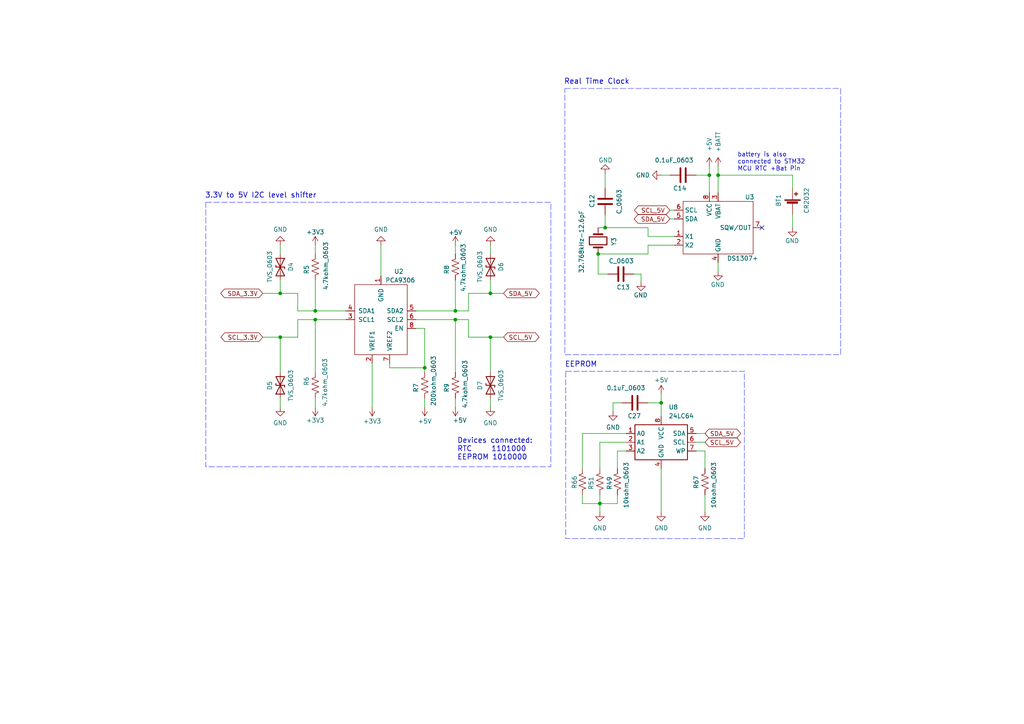
<source format=kicad_sch>
(kicad_sch (version 20250114) (generator "eeschema") (generator_version "9.0")
  (paper "A4")
  (title_block (title "RTC & RTC Level Shifting") (date "2025-OCT-04") (rev "1") (company "Kadin Whiting"))
  (lib_symbols
    (symbol "Device:C" (pin_numbers (hide yes)) (pin_names (offset 0.254))
      (property "Reference" "C" (at 0.635 2.54 0))
      (property "Value" "C" (at 0.635 -2.54 0))
      (symbol "C_0_1"
        (polyline (pts (xy -2.032 0.762) (xy 2.032 0.762)) (stroke (width 0.508)))
        (polyline (pts (xy -2.032 -0.762) (xy 2.032 -0.762)) (stroke (width 0.508)))
      )
      (symbol "C_1_1"
        (pin passive line (at 0 3.81 270) (length 2.794) (name "~") (number "1"))
        (pin passive line (at 0 -3.81 90) (length 2.794) (name "~") (number "2"))
      )
    )
    (symbol "Device:R_US" (pin_numbers (hide yes)) (pin_names (offset 0))
      (property "Reference" "R" (at 2.54 0 90))
      (property "Value" "R_US" (at -2.54 0 90))
      (symbol "R_US_0_1"
        (polyline (pts (xy 0 2.286) (xy 0 2.54)))
        (polyline (pts (xy 0 2.286) (xy 1.016 1.905) (xy 0 1.524) (xy -1.016 1.143) (xy 0 0.762)))
        (polyline (pts (xy 0 0.762) (xy 1.016 0.381) (xy 0 0) (xy -1.016 -0.381) (xy 0 -0.762)))
        (polyline (pts (xy 0 -0.762) (xy 1.016 -1.143) (xy 0 -1.524) (xy -1.016 -1.905) (xy 0 -2.286)))
        (polyline (pts (xy 0 -2.286) (xy 0 -2.54)))
      )
      (symbol "R_US_1_1"
        (pin passive line (at 0 3.81 270) (length 1.27) (name "~") (number "1"))
        (pin passive line (at 0 -3.81 90) (length 1.27) (name "~") (number "2"))
      )
    )
    (symbol "HDD_CLK_V6.0:CG0603MLC-05LE" (pin_numbers (hide yes)) (pin_names (offset 1.016) (hide yes))
      (property "Reference" "D11" (at 3.048 1.27 0))
      (property "Value" "CG0603MLC-05LE" (at -3.048 4.572 0))
      (symbol "CG0603MLC-05LE_0_1"
        (polyline (pts (xy -2.54 1.27) (xy -2.54 -1.27) (xy 2.54 1.27) (xy 2.54 -1.27) (xy -2.54 1.27)) (stroke (width 0.254)))
        (polyline (pts (xy 0.508 1.27) (xy 0 1.27) (xy 0 -1.27) (xy -0.508 -1.27)) (stroke (width 0.254)))
        (polyline (pts (xy 1.27 0) (xy -1.27 0)))
      )
      (symbol "CG0603MLC-05LE_1_1"
        (pin passive line (at -3.81 0 0) (length 2.54) (name "A1") (number "1"))
        (pin passive line (at 3.81 0 180) (length 2.54) (name "A2") (number "2"))
      )
    )
    (symbol "HDD_CLK_V6.0:CR1216_MFR_FH" (pin_numbers (hide yes)) (pin_names (offset 0) (hide yes))
      (property "Reference" "BT1" (at -3.81 -1.27 90))
      (property "Value" "CR1216_MFR_FH" (at 3.81 -7.62 90))
      (symbol "CR1216_MFR_FH_0_1"
        (rectangle (start -2.286 1.778) (end 2.286 1.524) (fill (type outline)))
        (rectangle (start -1.5748 1.1938) (end 1.4732 0.6858) (fill (type outline)))
        (polyline (pts (xy 0 1.778) (xy 0 2.54)))
        (polyline (pts (xy 0 0.762) (xy 0 0)))
        (polyline (pts (xy 0.508 3.429) (xy 1.524 3.429)) (stroke (width 0.254)))
        (polyline (pts (xy 1.016 3.937) (xy 1.016 2.921)) (stroke (width 0.254)))
      )
      (symbol "CR1216_MFR_FH_1_1"
        (pin passive line (at 0 5.08 270) (length 2.54) (name "+") (number "1"))
        (pin passive line (at 0 -2.54 90) (length 2.54) (name "-") (number "2"))
      )
    )
    (symbol "HDD_CLK_V6.0:Crystal_37.678kHz" (pin_numbers (hide yes)) (pin_names (offset 1.016) (hide yes))
      (property "Reference" "Y2" (at 4.572 -1.778 90))
      (property "Value" "37.768kHz-12.6pF" (at -4.826 8.89 0))
      (symbol "Crystal_37.678kHz_0_1"
        (polyline (pts (xy -2.54 0) (xy -1.905 0)))
        (polyline (pts (xy -1.905 -1.27) (xy -1.905 1.27)) (stroke (width 0.508)))
        (rectangle (start -1.143 2.54) (end 1.143 -2.54) (stroke (width 0.3048)))
        (polyline (pts (xy 1.905 -1.27) (xy 1.905 1.27)) (stroke (width 0.508)))
        (polyline (pts (xy 2.54 0) (xy 1.905 0)))
      )
      (symbol "Crystal_37.678kHz_1_1"
        (pin passive line (at -3.81 0 0) (length 1.27) (name "1") (number "1"))
        (pin passive line (at 3.81 0 180) (length 1.27) (name "2") (number "2"))
      )
    )
    (symbol "HDD_CLK_V6.0:DS1307+"
      (property "Reference" "U7" (at 9.144 8.89 0))
      (property "Value" "DS1307+" (at 7.112 -8.89 0))
      (symbol "DS1307+_0_1"
        (rectangle (start -10.16 7.62) (end 10.16 -7.62) (stroke (width 0.1524)))
      )
      (symbol "DS1307+_1_1"
        (pin input line (at -12.7 5.08 0) (length 2.54) (name "SCL") (number "6"))
        (pin bidirectional line (at -12.7 2.54 0) (length 2.54) (name "SDA") (number "5"))
        (pin input line (at -12.7 -2.54 0) (length 2.54) (name "X1") (number "1"))
        (pin input line (at -12.7 -5.08 0) (length 2.54) (name "X2") (number "2"))
        (pin power_in line (at -2.54 10.16 270) (length 2.54) (name "VCC") (number "8"))
        (pin power_in line (at 0 10.16 270) (length 2.54) (name "VBAT") (number "3"))
        (pin power_in line (at 0 -10.16 90) (length 2.54) (name "GND") (number "4"))
        (pin open_collector line (at 12.7 0 180) (length 2.54) (name "SQW/OUT") (number "7"))
      )
    )
    (symbol "HDD_CLK_V6.0:PCA9306" (pin_names (offset 1.016))
      (property "Reference" "U5" (at 3.81 13.97 0))
      (property "Value" "PCA9306" (at 1.27 11.43 0))
      (symbol "PCA9306_0_1"
        (rectangle (start -7.62 10.16) (end 7.62 -10.16) (stroke (width 0.1524)))
      )
      (symbol "PCA9306_1_1"
        (pin bidirectional line (at -10.16 0 0) (length 2.54) (name "SCL1") (number "3"))
        (pin bidirectional line (at -10.16 -2.54 0) (length 2.54) (name "SDA1") (number "4"))
        (pin power_in line (at -2.54 12.7 270) (length 2.54) (name "VREF1") (number "2"))
        (pin power_in line (at 0 -12.7 90) (length 2.54) (name "GND") (number "1"))
        (pin power_in line (at 2.54 12.7 270) (length 2.54) (name "VREF2") (number "7"))
        (pin input line (at 10.16 2.54 180) (length 2.54) (name "EN") (number "8"))
        (pin bidirectional line (at 10.16 0 180) (length 2.54) (name "SCL2") (number "6"))
        (pin bidirectional line (at 10.16 -2.54 180) (length 2.54) (name "SDA2") (number "5"))
      )
    )
    (symbol "Memory_EEPROM:24LC64"
      (property "Reference" "U8" (at 2.1433 10.16 0))
      (property "Value" "24LC64" (at 2.1433 7.62 0))
      (symbol "24LC64_1_1"
        (rectangle (start -7.62 5.08) (end 7.62 -5.08) (stroke (width 0.254)))
        (pin input line (at -10.16 2.54 0) (length 2.54) (name "A0") (number "1"))
        (pin input line (at -10.16 0 0) (length 2.54) (name "A1") (number "2"))
        (pin input line (at -10.16 -2.54 0) (length 2.54) (name "A2") (number "3"))
        (pin power_in line (at 0 7.62 270) (length 2.54) (name "VCC") (number "8"))
        (pin power_in line (at 0 -7.62 90) (length 2.54) (name "GND") (number "4"))
        (pin bidirectional line (at 10.16 2.54 180) (length 2.54) (name "SDA") (number "5"))
        (pin input line (at 10.16 0 180) (length 2.54) (name "SCL") (number "6"))
        (pin input line (at 10.16 -2.54 180) (length 2.54) (name "WP") (number "7"))
      )
    )
    (symbol "power:+3.3V" (power) (pin_names (offset 0))
      (property "Value" "+3.3V" (at 0 3.556 0))
      (symbol "+3.3V_0_1"
        (polyline (pts (xy -0.762 1.27) (xy 0 2.54)))
        (polyline (pts (xy 0 2.54) (xy 0.762 1.27)))
        (polyline (pts (xy 0 0) (xy 0 2.54)))
      )
      (symbol "+3.3V_1_1"
        (pin power_in line (at 0 0 90) (length 0) (hide yes) (name "+3V3") (number "1"))
      )
    )
    (symbol "power:+5V" (power) (pin_names (offset 0))
      (property "Value" "+5V" (at 0 3.556 0))
      (symbol "+5V_0_1"
        (polyline (pts (xy -0.762 1.27) (xy 0 2.54)))
        (polyline (pts (xy 0 2.54) (xy 0.762 1.27)))
        (polyline (pts (xy 0 0) (xy 0 2.54)))
      )
      (symbol "+5V_1_1"
        (pin power_in line (at 0 0 90) (length 0) (hide yes) (name "+5V") (number "1"))
      )
    )
    (symbol "power:+BATT" (power) (pin_names (offset 0))
      (property "Value" "+BATT" (at 0 3.556 0))
      (symbol "+BATT_0_1"
        (polyline (pts (xy -0.762 1.27) (xy 0 2.54)))
        (polyline (pts (xy 0 2.54) (xy 0.762 1.27)))
        (polyline (pts (xy 0 0) (xy 0 2.54)))
      )
      (symbol "+BATT_1_1"
        (pin power_in line (at 0 0 90) (length 0) (hide yes) (name "+BATT") (number "1"))
      )
    )
    (symbol "power:GND" (power) (pin_names (offset 0))
      (property "Value" "GND" (at 0 -3.81 0))
      (symbol "GND_0_1"
        (polyline (pts (xy 0 0) (xy 0 -1.27) (xy 1.27 -1.27) (xy 0 -2.54) (xy -1.27 -1.27) (xy 0 -1.27)))
      )
      (symbol "GND_1_1"
        (pin power_in line (at 0 0 270) (length 0) (hide yes) (name "GND") (number "1"))
      )
    )
  )
  (rectangle (start 59.69 58.674) (end 159.766 135.382) (stroke (width 0) (type dash) (color 72 73 255 1)))
  (rectangle (start 163.83 25.654) (end 243.84 102.87) (stroke (width 0) (type dash) (color 72 73 255 1)))
  (rectangle (start 164.084 107.696) (end 215.9 156.21) (stroke (width 0) (type dash) (color 72 73 255 1)))
  (text "battery is also \nconnected to STM32 \nMCU RTC +Bat Pin" (at 213.868 49.784 0) (effects (font (size 1.27 1.27)) (justify left bottom)))
  (text "Devices connected:\nRTC     1101000\nEEPROM 1010000" (at 132.588 133.604 0) (effects (font (size 1.5 1.5) (thickness 0.1875)) (justify left bottom)))
  (text "Real Time Clock" (at 163.576 24.638 0) (effects (font (size 1.524 1.524) (thickness 0.1905)) (justify left bottom)))
  (text "EEPROM" (at 163.83 106.68 0) (effects (font (size 1.524 1.524) (thickness 0.1905)) (justify left bottom)))
  (text "3.3V to 5V I2C level shifter" (at 59.436 57.658 0) (effects (font (size 1.524 1.524) (thickness 0.1905)) (justify left bottom)))
  (junction (at 91.44 90.17))
  (junction (at 142.24 97.79))
  (junction (at 132.08 90.17))
  (junction (at 173.99 146.05))
  (junction (at 91.44 92.71))
  (junction (at 123.19 106.68))
  (junction (at 142.24 85.09))
  (junction (at 81.28 85.09))
  (junction (at 175.514 66.04))
  (junction (at 205.74 50.8))
  (junction (at 208.28 50.8))
  (junction (at 173.482 73.66))
  (junction (at 81.28 97.79))
  (junction (at 191.77 116.84))
  (junction (at 132.08 92.71))
  (no_connect (at 220.98 66.04))
  (wire (pts (xy 142.24 71.12) (xy 142.24 73.66)))
  (wire (pts (xy 120.65 90.17) (xy 132.08 90.17)))
  (wire (pts (xy 86.36 92.71) (xy 86.36 97.79)))
  (wire (pts (xy 132.08 90.17) (xy 135.89 90.17)))
  (wire (pts (xy 81.28 81.28) (xy 81.28 85.09)))
  (wire (pts (xy 191.77 135.89) (xy 191.77 148.59)))
  (wire (pts (xy 100.33 92.71) (xy 91.44 92.71)))
  (wire (pts (xy 91.44 90.17) (xy 91.44 81.28)))
  (wire (pts (xy 173.482 79.502) (xy 173.482 73.66)))
  (wire (pts (xy 179.07 143.51) (xy 179.07 146.05)))
  (wire (pts (xy 173.99 128.27) (xy 181.61 128.27)))
  (wire (pts (xy 142.24 118.11) (xy 142.24 115.57)))
  (wire (pts (xy 205.74 48.26) (xy 205.74 50.8)))
  (wire (pts (xy 81.28 118.11) (xy 81.28 115.57)))
  (wire (pts (xy 208.28 76.2) (xy 208.28 78.74)))
  (wire (pts (xy 187.96 73.66) (xy 187.96 71.12)))
  (wire (pts (xy 120.65 92.71) (xy 132.08 92.71)))
  (wire (pts (xy 168.91 125.73) (xy 181.61 125.73)))
  (wire (pts (xy 132.08 118.11) (xy 132.08 115.57)))
  (wire (pts (xy 229.87 50.8) (xy 229.87 54.61)))
  (wire (pts (xy 135.89 85.09) (xy 142.24 85.09)))
  (wire (pts (xy 107.95 118.11) (xy 107.95 105.41)))
  (wire (pts (xy 185.928 79.502) (xy 183.896 79.502)))
  (wire (pts (xy 191.77 114.3) (xy 191.77 116.84)))
  (wire (pts (xy 205.74 55.88) (xy 205.74 50.8)))
  (wire (pts (xy 123.19 95.25) (xy 123.19 106.68)))
  (wire (pts (xy 208.28 50.8) (xy 229.87 50.8)))
  (wire (pts (xy 120.65 95.25) (xy 123.19 95.25)))
  (wire (pts (xy 132.08 73.66) (xy 132.08 71.12)))
  (wire (pts (xy 135.89 85.09) (xy 135.89 90.17)))
  (wire (pts (xy 113.03 106.68) (xy 123.19 106.68)))
  (wire (pts (xy 91.44 73.66) (xy 91.44 71.12)))
  (wire (pts (xy 177.8 116.84) (xy 180.34 116.84)))
  (wire (pts (xy 91.44 90.17) (xy 86.36 90.17)))
  (wire (pts (xy 204.47 128.27) (xy 201.93 128.27)))
  (wire (pts (xy 195.58 68.58) (xy 187.96 68.58)))
  (wire (pts (xy 191.77 116.84) (xy 191.77 120.65)))
  (wire (pts (xy 142.24 97.79) (xy 146.05 97.79)))
  (wire (pts (xy 86.36 90.17) (xy 86.36 85.09)))
  (wire (pts (xy 175.514 66.04) (xy 173.482 66.04)))
  (wire (pts (xy 201.93 50.8) (xy 205.74 50.8)))
  (wire (pts (xy 91.44 118.11) (xy 91.44 115.57)))
  (wire (pts (xy 135.89 97.79) (xy 142.24 97.79)))
  (wire (pts (xy 110.49 71.12) (xy 110.49 80.01)))
  (wire (pts (xy 194.31 60.96) (xy 195.58 60.96)))
  (wire (pts (xy 173.99 135.89) (xy 173.99 128.27)))
  (wire (pts (xy 179.07 130.81) (xy 181.61 130.81)))
  (wire (pts (xy 142.24 85.09) (xy 146.05 85.09)))
  (wire (pts (xy 187.96 68.58) (xy 187.96 66.04)))
  (wire (pts (xy 123.19 106.68) (xy 123.19 107.95)))
  (wire (pts (xy 204.47 143.51) (xy 204.47 148.59)))
  (wire (pts (xy 132.08 92.71) (xy 135.89 92.71)))
  (wire (pts (xy 175.514 50.292) (xy 175.514 54.61)))
  (wire (pts (xy 168.91 135.89) (xy 168.91 125.73)))
  (wire (pts (xy 123.19 118.11) (xy 123.19 115.57)))
  (wire (pts (xy 132.08 90.17) (xy 132.08 81.28)))
  (wire (pts (xy 208.28 48.26) (xy 208.28 50.8)))
  (wire (pts (xy 185.928 81.788) (xy 185.928 79.502)))
  (wire (pts (xy 135.89 97.79) (xy 135.89 92.71)))
  (wire (pts (xy 91.44 107.95) (xy 91.44 92.71)))
  (wire (pts (xy 208.28 50.8) (xy 208.28 55.88)))
  (wire (pts (xy 204.47 125.73) (xy 201.93 125.73)))
  (wire (pts (xy 179.07 146.05) (xy 173.99 146.05)))
  (wire (pts (xy 81.28 97.79) (xy 76.2 97.79)))
  (wire (pts (xy 81.28 97.79) (xy 86.36 97.79)))
  (wire (pts (xy 173.482 73.66) (xy 187.96 73.66)))
  (wire (pts (xy 176.276 79.502) (xy 173.482 79.502)))
  (wire (pts (xy 175.514 62.23) (xy 175.514 66.04)))
  (wire (pts (xy 168.91 146.05) (xy 173.99 146.05)))
  (wire (pts (xy 142.24 97.79) (xy 142.24 107.95)))
  (wire (pts (xy 179.07 135.89) (xy 179.07 130.81)))
  (wire (pts (xy 76.2 85.09) (xy 81.28 85.09)))
  (wire (pts (xy 187.96 66.04) (xy 175.514 66.04)))
  (wire (pts (xy 194.31 63.5) (xy 195.58 63.5)))
  (wire (pts (xy 191.77 50.8) (xy 194.31 50.8)))
  (wire (pts (xy 168.91 143.51) (xy 168.91 146.05)))
  (wire (pts (xy 187.96 71.12) (xy 195.58 71.12)))
  (wire (pts (xy 81.28 85.09) (xy 86.36 85.09)))
  (wire (pts (xy 177.8 119.38) (xy 177.8 116.84)))
  (wire (pts (xy 81.28 97.79) (xy 81.28 107.95)))
  (wire (pts (xy 132.08 92.71) (xy 132.08 107.95)))
  (wire (pts (xy 113.03 106.68) (xy 113.03 105.41)))
  (wire (pts (xy 81.28 71.12) (xy 81.28 73.66)))
  (wire (pts (xy 173.99 143.51) (xy 173.99 146.05)))
  (wire (pts (xy 201.93 130.81) (xy 204.47 130.81)))
  (wire (pts (xy 91.44 92.71) (xy 86.36 92.71)))
  (wire (pts (xy 187.96 116.84) (xy 191.77 116.84)))
  (wire (pts (xy 229.87 66.04) (xy 229.87 62.23)))
  (wire (pts (xy 142.24 81.28) (xy 142.24 85.09)))
  (wire (pts (xy 100.33 90.17) (xy 91.44 90.17)))
  (wire (pts (xy 204.47 130.81) (xy 204.47 135.89)))
  (wire (pts (xy 173.99 146.05) (xy 173.99 148.59)))
  (global_label "SCL_5V" (shape bidirectional) (at 194.31 60.96 180) (property "Intersheetrefs" "${INTERSHEET_REFS}" (effects (hide yes))))
  (global_label "SDA_5V" (shape bidirectional) (at 146.05 85.09 0) (property "Intersheetrefs" "${INTERSHEET_REFS}" (effects (hide yes))))
  (global_label "SCL_5V" (shape bidirectional) (at 146.05 97.79 0) (property "Intersheetrefs" "${INTERSHEET_REFS}" (effects (hide yes))))
  (global_label "SCL_3.3V" (shape bidirectional) (at 76.2 97.79 180) (property "Intersheetrefs" "${INTERSHEET_REFS}" (effects (hide yes))))
  (global_label "SDA_5V" (shape bidirectional) (at 194.31 63.5 180) (property "Intersheetrefs" "${INTERSHEET_REFS}" (effects (hide yes))))
  (global_label "SDA_5V" (shape bidirectional) (at 204.47 125.73 0) (property "Intersheetrefs" "${INTERSHEET_REFS}" (effects (hide yes))))
  (global_label "SDA_3.3V" (shape bidirectional) (at 76.2 85.09 180) (property "Intersheetrefs" "${INTERSHEET_REFS}" (effects (hide yes))))
  (global_label "SCL_5V" (shape bidirectional) (at 204.47 128.27 0) (property "Intersheetrefs" "${INTERSHEET_REFS}" (effects (hide yes))))
  (symbol (lib_id "power:+5V") (at 132.08 118.11 0) (mirror x) (unit 1)
    (property "Reference" "#PWR022" (effects (hide yes)))
    (property "Value" "+5V" (at 133.35 121.92 0))
  )
  (symbol (lib_id "Device:R_US") (at 132.08 111.76 0) (mirror x) (unit 1)
    (property "Reference" "R9" (at 129.54 111.125 90) (effects (justify left)))
    (property "Value" "4.7kohm_0603" (at 134.874 104.394 90) (effects (justify left)))
    (property "Footprint" "Resistor_SMD:R_0603_1608Metric" (effects (hide yes)))
  )
  (symbol (lib_id "Device:C") (at 184.15 116.84 90) (unit 1)
    (property "Reference" "C27" (at 185.928 120.65 90) (effects (justify left)))
    (property "Value" "0.1uF_0603" (at 187.198 112.522 90) (effects (justify left)))
    (property "Footprint" "Capacitor_SMD:C_0603_1608Metric" (effects (hide yes)))
  )
  (symbol (lib_id "HDD_CLK_V6.0:PCA9306") (at 110.49 92.71 0) (mirror x) (unit 1)
    (property "Reference" "U2" (at 114.3 78.74 0) (effects (justify left)))
    (property "Value" "PCA9306" (at 111.76 81.28 0) (effects (justify left)))
    (property "Footprint" "Footprint drive Dump 1:PCA9306" (effects (hide yes)))
    (property "Datasheet" "http://www.ti.com/lit/ds/symlink/pca9306.pdf" (effects (hide yes)))
  )
  (symbol (lib_id "power:GND") (at 142.24 71.12 0) (mirror x) (unit 1)
    (property "Reference" "#PWR023" (effects (hide yes)))
    (property "Value" "GND" (at 142.24 66.5575 0))
  )
  (symbol (lib_id "power:GND") (at 110.49 71.12 0) (mirror x) (unit 1)
    (property "Reference" "#PWR019" (effects (hide yes)))
    (property "Value" "GND" (at 110.49 66.5575 0))
  )
  (symbol (lib_id "power:GND") (at 177.8 119.38 0) (mirror y) (unit 1)
    (property "Reference" "#PWR0143" (effects (hide yes)))
    (property "Value" "GND" (at 177.8 123.9425 0))
  )
  (symbol (lib_id "power:+BATT") (at 208.28 48.26 0) (unit 1)
    (property "Reference" "#PWR029" (effects (hide yes)))
    (property "Value" "+BATT" (at 208.28 44.196 90) (effects (justify left)))
  )
  (symbol (lib_id "Memory_EEPROM:24LC64") (at 191.77 128.27 0) (unit 1)
    (property "Reference" "U8" (at 193.9133 118.11 0) (effects (justify left)))
    (property "Value" "24LC64" (at 193.9133 120.65 0) (effects (justify left)))
    (property "Footprint" "Footprint drive Dump 1:24LC64F-ISN" (effects (hide yes)))
    (property "Datasheet" "http://ww1.microchip.com/downloads/en/DeviceDoc/21189f.pdf" (effects (hide yes)))
    (property "Description" "I2C Serial EEPROM, 64Kb, DIP-8/SOIC-8/TSSOP-8/DFN-8" (effects (hide yes)))
  )
  (symbol (lib_id "power:GND") (at 175.514 50.292 180) (unit 1)
    (property "Reference" "#PWR025" (effects (hide yes)))
    (property "Value" "GND" (at 177.673 46.482 0) (effects (justify left)))
  )
  (symbol (lib_id "Device:R_US") (at 168.91 139.7 0) (mirror x) (unit 1)
    (property "Reference" "R66" (at 166.624 137.922 90) (effects (justify left)))
    (property "Value" "10kohm_0603" (effects (hide yes)))
    (property "Footprint" "Resistor_SMD:R_0603_1608Metric" (effects (hide yes)))
  )
  (symbol (lib_id "power:GND") (at 81.28 71.12 0) (mirror x) (unit 1)
    (property "Reference" "#PWR014" (effects (hide yes)))
    (property "Value" "GND" (at 81.28 66.5575 0))
  )
  (symbol (lib_id "HDD_CLK_V6.0:Crystal_37.678kHz") (at 173.482 69.85 270) (unit 1)
    (property "Reference" "Y3" (at 178.054 68.834 0) (effects (justify left)))
    (property "Value" "32.768kHz-12.6pF" (at 168.656 60.96 0) (effects (justify left)))
    (property "Footprint" "Footprint drive Dump 1:37.768kHz" (effects (hide yes)))
  )
  (symbol (lib_id "Device:C") (at 180.086 79.502 270) (unit 1)
    (property "Reference" "C13" (at 178.816 83.312 90) (effects (justify left)))
    (property "Value" "C_0603" (at 176.53 75.692 90) (effects (justify left)))
    (property "Footprint" "Capacitor_SMD:C_0603_1608Metric" (effects (hide yes)))
  )
  (symbol (lib_id "Device:R_US") (at 173.99 139.7 0) (mirror x) (unit 1)
    (property "Reference" "R51" (at 171.45 138.176 90) (effects (justify left)))
    (property "Value" "10kohm_0603" (effects (hide yes)))
    (property "Footprint" "Resistor_SMD:R_0603_1608Metric" (effects (hide yes)))
  )
  (symbol (lib_id "HDD_CLK_V6.0:CG0603MLC-05LE") (at 81.28 77.47 270) (unit 1) (exclude_from_sim yes)
    (property "Reference" "D4" (at 84.328 78.74 0) (effects (justify right)))
    (property "Value" "TVS_0603" (at 78.232 82.042 0) (effects (justify right)))
    (property "Footprint" "Resistor_SMD:R_0603_1608Metric" (effects (hide yes)))
  )
  (symbol (lib_id "HDD_CLK_V6.0:CG0603MLC-05LE") (at 142.24 111.76 90) (unit 1) (exclude_from_sim yes)
    (property "Reference" "D7" (at 139.192 110.49 0) (effects (justify right)))
    (property "Value" "TVS_0603" (at 145.288 107.188 0) (effects (justify right)))
    (property "Footprint" "Resistor_SMD:R_0603_1608Metric" (effects (hide yes)))
  )
  (symbol (lib_id "power:+3.3V") (at 107.95 118.11 0) (mirror x) (unit 1)
    (property "Reference" "#PWR018" (effects (hide yes)))
    (property "Value" "+3V3" (at 107.95 122.174 0))
  )
  (symbol (lib_id "power:+3.3V") (at 91.44 118.11 0) (mirror x) (unit 1)
    (property "Reference" "#PWR017" (effects (hide yes)))
    (property "Value" "+3V3" (at 91.44 121.92 0))
  )
  (symbol (lib_id "power:GND") (at 142.24 118.11 0) (mirror y) (unit 1)
    (property "Reference" "#PWR024" (effects (hide yes)))
    (property "Value" "GND" (at 142.24 122.6725 0))
  )
  (symbol (lib_id "power:GND") (at 185.928 81.788 0) (unit 1)
    (property "Reference" "#PWR026" (effects (hide yes)))
    (property "Value" "GND" (at 183.769 85.598 0) (effects (justify left)))
  )
  (symbol (lib_id "power:GND") (at 229.87 66.04 0) (unit 1)
    (property "Reference" "#PWR031" (effects (hide yes)))
    (property "Value" "GND" (at 227.711 69.85 0) (effects (justify left)))
  )
  (symbol (lib_id "power:GND") (at 191.77 50.8 270) (unit 1)
    (property "Reference" "#PWR027" (effects (hide yes)))
    (property "Value" "GND" (at 184.404 50.8 90) (effects (justify left)))
  )
  (symbol (lib_id "Device:C") (at 175.514 58.42 180) (unit 1)
    (property "Reference" "C12" (at 171.704 56.388 90) (effects (justify left)))
    (property "Value" "C_0603" (at 179.578 54.864 90) (effects (justify left)))
    (property "Footprint" "Capacitor_SMD:C_0603_1608Metric" (effects (hide yes)))
  )
  (symbol (lib_id "Device:R_US") (at 123.19 111.76 0) (mirror x) (unit 1)
    (property "Reference" "R7" (at 120.65 111.125 90) (effects (justify left)))
    (property "Value" "200kohm_0603" (at 125.73 103.124 90) (effects (justify left)))
    (property "Footprint" "Resistor_SMD:R_0603_1608Metric" (effects (hide yes)))
  )
  (symbol (lib_id "HDD_CLK_V6.0:DS1307+") (at 208.28 66.04 0) (unit 1)
    (property "Reference" "U3" (at 217.424 57.15 0))
    (property "Value" "DS1307+" (at 215.392 74.93 0))
    (property "Footprint" "Footprint drive Dump 1:DS1307" (effects (hide yes)))
    (property "Datasheet" "https://datasheets.maximintegrated.com/en/ds/DS1307.pdf" (effects (hide yes)))
  )
  (symbol (lib_id "power:GND") (at 173.99 148.59 0) (mirror y) (unit 1)
    (property "Reference" "#PWR0139" (effects (hide yes)))
    (property "Value" "GND" (at 173.99 153.1525 0))
  )
  (symbol (lib_id "Device:R_US") (at 179.07 139.7 0) (mirror x) (unit 1)
    (property "Reference" "R49" (at 176.784 138.176 90) (effects (justify left)))
    (property "Value" "10kohm_0603" (at 181.61 133.985 90) (effects (justify left)))
    (property "Footprint" "Resistor_SMD:R_0603_1608Metric" (effects (hide yes)))
  )
  (symbol (lib_id "power:+5V") (at 123.19 118.11 0) (mirror x) (unit 1)
    (property "Reference" "#PWR020" (effects (hide yes)))
    (property "Value" "+5V" (at 123.19 122.174 0))
  )
  (symbol (lib_id "HDD_CLK_V6.0:CR1216_MFR_FH") (at 229.87 59.69 0) (unit 1)
    (property "Reference" "BT1" (at 225.806 59.944 90) (effects (justify left)))
    (property "Value" "CR2032" (at 233.934 61.976 90) (effects (justify left)))
    (property "Footprint" "Footprint drive Dump 1:CR2030_HLDR" (effects (hide yes)))
  )
  (symbol (lib_id "Device:R_US") (at 132.08 77.47 0) (mirror x) (unit 1)
    (property "Reference" "R8" (at 129.54 76.835 90) (effects (justify left)))
    (property "Value" "4.7kohm_0603" (at 134.366 70.612 90) (effects (justify left)))
    (property "Footprint" "Resistor_SMD:R_0603_1608Metric" (effects (hide yes)))
  )
  (symbol (lib_id "power:GND") (at 204.47 148.59 0) (mirror y) (unit 1)
    (property "Reference" "#PWR0142" (effects (hide yes)))
    (property "Value" "GND" (at 204.47 153.1525 0))
  )
  (symbol (lib_id "Device:R_US") (at 204.47 139.7 0) (mirror x) (unit 1)
    (property "Reference" "R67" (at 201.93 137.922 90) (effects (justify left)))
    (property "Value" "10kohm_0603" (at 207.01 133.985 90) (effects (justify left)))
    (property "Footprint" "Resistor_SMD:R_0603_1608Metric" (effects (hide yes)))
  )
  (symbol (lib_id "Device:R_US") (at 91.44 77.47 0) (mirror x) (unit 1)
    (property "Reference" "R5" (at 88.9 76.835 90) (effects (justify left)))
    (property "Value" "4.7kohm_0603" (at 94.488 70.104 90) (effects (justify left)))
    (property "Footprint" "Resistor_SMD:R_0603_1608Metric" (effects (hide yes)))
  )
  (symbol (lib_id "Device:R_US") (at 91.44 111.76 0) (mirror x) (unit 1)
    (property "Reference" "R6" (at 88.9 109.22 90) (effects (justify left)))
    (property "Value" "4.7kohm_0603" (at 94.234 103.886 90) (effects (justify left)))
    (property "Footprint" "Resistor_SMD:R_0603_1608Metric" (effects (hide yes)))
  )
  (symbol (lib_id "power:GND") (at 81.28 118.11 0) (mirror y) (unit 1)
    (property "Reference" "#PWR015" (effects (hide yes)))
    (property "Value" "GND" (at 81.28 122.6725 0))
  )
  (symbol (lib_id "power:+5V") (at 132.08 71.12 0) (mirror y) (unit 1)
    (property "Reference" "#PWR021" (effects (hide yes)))
    (property "Value" "+5V" (at 132.08 67.437 0))
  )
  (symbol (lib_id "power:+5V") (at 205.74 48.26 0) (unit 1)
    (property "Reference" "#PWR028" (effects (hide yes)))
    (property "Value" "+5V" (at 205.74 41.91 90))
  )
  (symbol (lib_id "Device:C") (at 198.12 50.8 90) (unit 1)
    (property "Reference" "C14" (at 199.136 54.61 90) (effects (justify left)))
    (property "Value" "0.1uF_0603" (at 201.168 46.482 90) (effects (justify left)))
    (property "Footprint" "Capacitor_SMD:C_0603_1608Metric" (effects (hide yes)))
  )
  (symbol (lib_id "power:+5V") (at 191.77 114.3 0) (unit 1)
    (property "Reference" "#PWR0141" (effects (hide yes)))
    (property "Value" "+5V" (at 191.77 110.236 0))
  )
  (symbol (lib_id "power:GND") (at 191.77 148.59 0) (mirror y) (unit 1)
    (property "Reference" "#PWR0140" (effects (hide yes)))
    (property "Value" "GND" (at 191.77 153.1525 0))
  )
  (symbol (lib_id "HDD_CLK_V6.0:CG0603MLC-05LE") (at 81.28 111.76 90) (unit 1) (exclude_from_sim yes)
    (property "Reference" "D5" (at 78.232 110.49 0) (effects (justify right)))
    (property "Value" "TVS_0603" (at 84.328 107.188 0) (effects (justify right)))
    (property "Footprint" "Resistor_SMD:R_0603_1608Metric" (effects (hide yes)))
  )
  (symbol (lib_id "HDD_CLK_V6.0:CG0603MLC-05LE") (at 142.24 77.47 270) (unit 1) (exclude_from_sim yes)
    (property "Reference" "D6" (at 145.288 78.74 0) (effects (justify right)))
    (property "Value" "TVS_0603" (at 139.192 82.042 0) (effects (justify right)))
    (property "Footprint" "Resistor_SMD:R_0603_1608Metric" (effects (hide yes)))
  )
  (symbol (lib_id "power:GND") (at 208.28 78.74 0) (unit 1)
    (property "Reference" "#PWR030" (effects (hide yes)))
    (property "Value" "GND" (at 206.121 82.55 0) (effects (justify left)))
  )
  (symbol (lib_id "power:+3.3V") (at 91.44 71.12 0) (mirror y) (unit 1)
    (property "Reference" "#PWR016" (effects (hide yes)))
    (property "Value" "+3V3" (at 91.44 67.31 0))
  )
)
</source>
